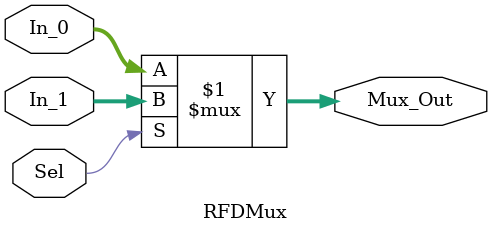
<source format=v>
`timescale 1ns / 1ps

module RFDMux(
    input Sel,
    input [31:0] In_0,
    input [31:0] In_1,
    output [31:0] Mux_Out
    );
    assign Mux_Out = Sel ? In_1 : In_0;
endmodule

</source>
